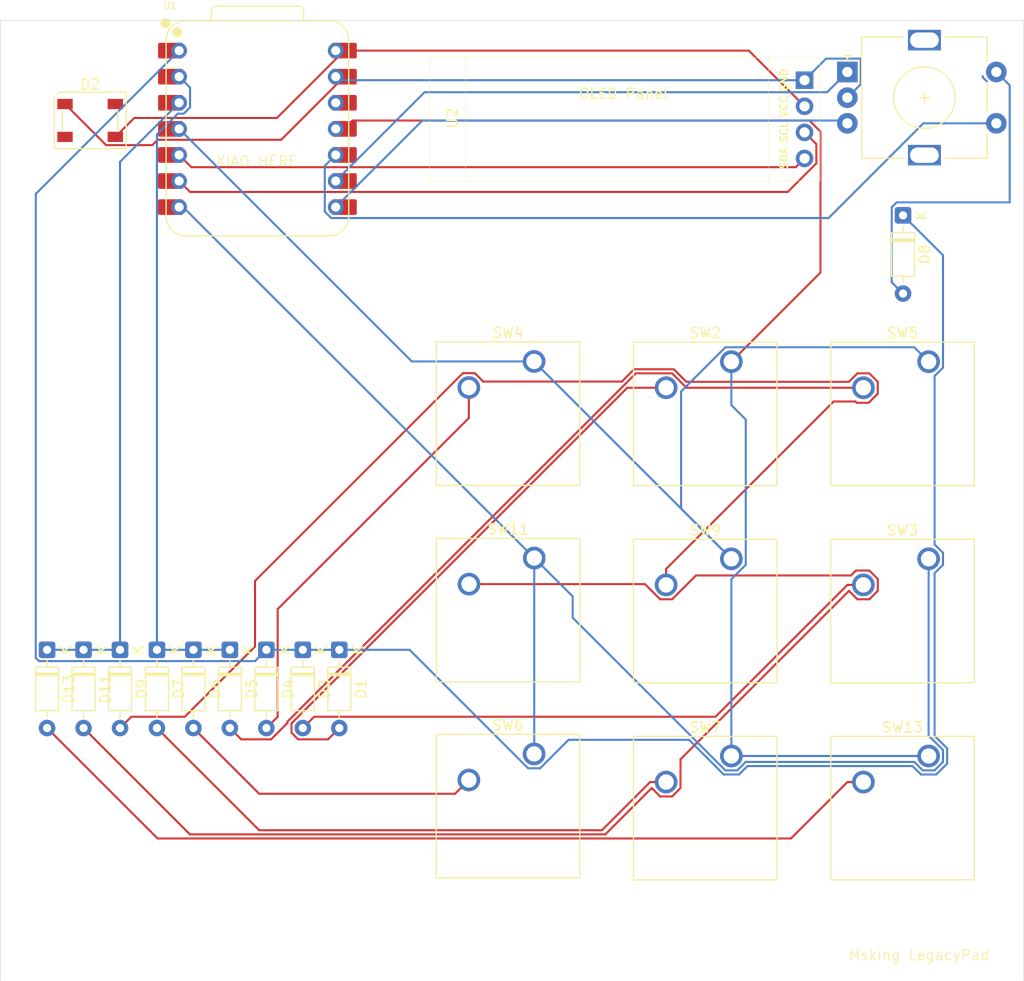
<source format=kicad_pcb>
(kicad_pcb (version 20241229) (generator "pcbnew") (generator_version "9.0")
  (layers (0 "F.Cu" signal) (2 "B.Cu" signal) (13 "F.Paste" user) (15 "B.Paste" user) (5 "F.SilkS" user "F.Silkscreen") (7 "B.SilkS" user "B.Silkscreen") (1 "F.Mask" user) (3 "B.Mask" user) (25 "Edge.Cuts" user))
  (net 0 "")
  (net 1 "Row 0")
  (net 2 "Net-(D1-A)")
  (net 5 "GND")
  (net 6 "VCC")
  (net 7 "Net-(D3-A)")
  (net 8 "Net-(D4-A)")
  (net 9 "Row 1")
  (net 10 "Net-(D5-A)")
  (net 11 "Net-(D6-A)")
  (net 12 "Net-(D7-A)")
  (net 13 "ec11swa")
  (net 14 "Row 2")
  (net 15 "Net-(D9-A)")
  (net 16 "Net-(D11-A)")
  (net 17 "Net-(D13-A)")
  (net 18 "ec11B")
  (net 19 "ec11A")
  (net 20 "Coulumn 3")
  (net 21 "Coulumn 2")
  (net 22 "Coulumn 1")
  (net 23 "Coulumn 0")
  (net 24 "SCL")
  (net 26 "SDA")
  (footprint "Diode_THT:D_DO-35_SOD27_P7.62mm_Horizontal" (layer "F.Cu") (at 127.246247 118.449997 -90)
    (property "Reference" "D13" (at 3.81 -2.12 90) (layer "F.SilkS"))
    (property "Value" "1N4148")
    (fp_line (start 1.04 0) (end 1.689999 0) (stroke (width 0.12)) (layer "F.SilkS"))
    (fp_line (start 6.580001 0) (end 5.93 0) (stroke (width 0.12)) (layer "F.SilkS"))
    (fp_line (start 2.29 -1.12) (end 2.29 1.12) (stroke (width 0.12)) (layer "F.SilkS"))
    (fp_line (start 2.41 -1.12) (end 2.41 1.12) (stroke (width 0.12)) (layer "F.SilkS"))
    (fp_line (start 2.53 -1.12) (end 2.53 1.12) (stroke (width 0.12)) (layer "F.SilkS"))
    (fp_poly (pts (xy 1.69 -1.12) (xy 5.93 -1.12) (xy 5.93 1.12) (xy 1.69 1.12)) (stroke (width 0.12)) (fill no) (layer "F.SilkS"))
    (fp_text user "K" (at 0 -1.8 90) (layer "F.SilkS"))
    (pad "1" thru_hole roundrect (at 0 0 270) (size 1.6 1.6) (drill 0.8) (layers "*.Cu" "*.Mask") (roundrect_rratio 0.15625) (net 14 "Row 2"))
    (pad "2" thru_hole circle (at 7.62 0 270) (size 1.6 1.6) (drill 0.8) (layers "*.Cu" "*.Mask") (net 17 "Net-(D13-A)"))
  )
  (footprint "Button_Switch_Keyboard:SW_Cherry_MX_1.00u_PCB" (layer "F.Cu") (at 193.85 128.79)
    (property "Reference" "SW7" (at -2.54 -2.794 0) (layer "F.SilkS"))
    (property "Value" "SW_Push_45deg")
    (fp_line (start -9.525 -1.905) (end 4.445 -1.905) (stroke (width 0.12)) (layer "F.SilkS"))
    (fp_line (start -9.525 12.065) (end -9.525 -1.905) (stroke (width 0.12)) (layer "F.SilkS"))
    (fp_line (start 4.445 -1.905) (end 4.445 12.065) (stroke (width 0.12)) (layer "F.SilkS"))
    (fp_line (start 4.445 12.065) (end -9.525 12.065) (stroke (width 0.12)) (layer "F.SilkS"))
    (pad "" np_thru_hole circle (at -7.62 5.08) (size 1.7 1.7) (drill 1.7) (layers "*.Cu" "*.Mask"))
    (pad "" np_thru_hole circle (at -2.54 5.08) (size 4 4) (drill 4) (layers "*.Cu" "*.Mask"))
    (pad "" np_thru_hole circle (at 2.54 5.08) (size 1.7 1.7) (drill 1.7) (layers "*.Cu" "*.Mask"))
    (pad "1" thru_hole circle (at 0 0) (size 2.2 2.2) (drill 1.5) (layers "*.Cu" "*.Mask") (net 21 "Coulumn 2"))
    (pad "2" thru_hole circle (at -6.35 2.54) (size 2.2 2.2) (drill 1.5) (layers "*.Cu" "*.Mask") (net 12 "Net-(D7-A)"))
  )
  (footprint "Button_Switch_Keyboard:SW_Cherry_MX_1.00u_PCB" (layer "F.Cu") (at 213.05 109.59)
    (property "Reference" "SW3" (at -2.54 -2.794 0) (layer "F.SilkS"))
    (property "Value" "SW_Push_45deg")
    (fp_line (start -9.525 -1.905) (end 4.445 -1.905) (stroke (width 0.12)) (layer "F.SilkS"))
    (fp_line (start -9.525 12.065) (end -9.525 -1.905) (stroke (width 0.12)) (layer "F.SilkS"))
    (fp_line (start 4.445 -1.905) (end 4.445 12.065) (stroke (width 0.12)) (layer "F.SilkS"))
    (fp_line (start 4.445 12.065) (end -9.525 12.065) (stroke (width 0.12)) (layer "F.SilkS"))
    (pad "" np_thru_hole circle (at -7.62 5.08) (size 1.7 1.7) (drill 1.7) (layers "*.Cu" "*.Mask"))
    (pad "" np_thru_hole circle (at -2.54 5.08) (size 4 4) (drill 4) (layers "*.Cu" "*.Mask"))
    (pad "" np_thru_hole circle (at 2.54 5.08) (size 1.7 1.7) (drill 1.7) (layers "*.Cu" "*.Mask"))
    (pad "1" thru_hole circle (at 0 0) (size 2.2 2.2) (drill 1.5) (layers "*.Cu" "*.Mask") (net 22 "Coulumn 1"))
    (pad "2" thru_hole circle (at -6.35 2.54) (size 2.2 2.2) (drill 1.5) (layers "*.Cu" "*.Mask") (net 7 "Net-(D3-A)"))
  )
  (footprint "Diode_THT:D_DO-35_SOD27_P7.62mm_Horizontal" (layer "F.Cu") (at 152.14 118.449998 -90)
    (property "Reference" "D3" (at 3.81 -2.12 90) (layer "F.SilkS"))
    (property "Value" "1N4148")
    (fp_line (start 1.04 0) (end 1.689999 0) (stroke (width 0.12)) (layer "F.SilkS"))
    (fp_line (start 6.580001 0) (end 5.93 0) (stroke (width 0.12)) (layer "F.SilkS"))
    (fp_line (start 2.29 -1.12) (end 2.29 1.12) (stroke (width 0.12)) (layer "F.SilkS"))
    (fp_line (start 2.41 -1.12) (end 2.41 1.12) (stroke (width 0.12)) (layer "F.SilkS"))
    (fp_line (start 2.53 -1.12) (end 2.53 1.12) (stroke (width 0.12)) (layer "F.SilkS"))
    (fp_poly (pts (xy 1.69 -1.12) (xy 5.93 -1.12) (xy 5.93 1.12) (xy 1.69 1.12)) (stroke (width 0.12)) (fill no) (layer "F.SilkS"))
    (fp_text user "K" (at 0 -1.8 90) (layer "F.SilkS"))
    (pad "1" thru_hole roundrect (at 0 0 270) (size 1.6 1.6) (drill 0.8) (layers "*.Cu" "*.Mask") (roundrect_rratio 0.15625) (net 1 "Row 0"))
    (pad "2" thru_hole circle (at 7.62 0 270) (size 1.6 1.6) (drill 0.8) (layers "*.Cu" "*.Mask") (net 7 "Net-(D3-A)"))
  )
  (footprint "OPL:XIAO-RP2040-DIP" (layer "F.Cu") (at 147.72 67.72)
    (property "Reference" "U1" (at -8.5 -12 0) (layer "F.SilkS") (effects (font (size 0.635 0.635) (thickness 0.1016))))
    (property "Value" "XIAO-RP2040-DIP")
    (fp_line (start -8.89 8.509) (end -8.89 -8.636) (stroke (width 0.127)) (layer "F.SilkS"))
    (fp_line (start -6.985 10.414) (end 6.985 10.414) (stroke (width 0.127)) (layer "F.SilkS"))
    (fp_line (start -4.495 -10.541) (end -4.491272 -11.451272) (stroke (width 0.127)) (layer "F.SilkS"))
    (fp_line (start -3.991272 -11.951) (end 4.004 -11.951) (stroke (width 0.127)) (layer "F.SilkS"))
    (fp_line (start 4.504 -11.451) (end 4.504 -10.541) (stroke (width 0.127)) (layer "F.SilkS"))
    (fp_line (start 6.985 -10.541) (end -6.985 -10.541) (stroke (width 0.1)) (layer "F.SilkS"))
    (fp_line (start 6.985 -10.541) (end -6.985 -10.541) (stroke (width 0.127)) (layer "F.SilkS"))
    (fp_line (start 8.89 8.509) (end 8.89 -8.636) (stroke (width 0.127)) (layer "F.SilkS"))
    (fp_arc (start -8.89 -8.636) (mid -8.332038 -9.983038) (end -6.985 -10.541) (stroke (width 0.127)) (layer "F.SilkS"))
    (fp_arc (start -6.985 10.414) (mid -8.332038 9.856038) (end -8.89 8.509) (stroke (width 0.127)) (layer "F.SilkS"))
    (fp_arc (start -4.491272 -11.451272) (mid -4.344728 -11.80464) (end -3.991272 -11.951) (stroke (width 0.127)) (layer "F.SilkS"))
    (fp_arc (start 4.004 -11.951) (mid 4.357553 -11.804553) (end 4.504 -11.451) (stroke (width 0.127)) (layer "F.SilkS"))
    (fp_arc (start 6.985 -10.541) (mid 8.332038 -9.983038) (end 8.89 -8.636) (stroke (width 0.127)) (layer "F.SilkS"))
    (fp_arc (start 8.89 8.509) (mid 8.332038 9.856038) (end 6.985 10.414) (stroke (width 0.127)) (layer "F.SilkS"))
    (fp_circle (center -8.95 -10.3) (end -8.95 -10.554) (stroke (width 0.5)) (fill yes) (layer "F.SilkS"))
    (fp_circle (center -7.807 -9.42) (end -7.807 -9.674) (stroke (width 0.5)) (fill yes) (layer "F.SilkS"))
    (pad "1" smd roundrect (at -8.455 -7.62 180) (size 2.432 1.524) (layers "F.Cu" "F.Mask") (roundrect_rratio 0.1) (net 1 "Row 0"))
    (pad "1" thru_hole circle (at -7.62 -7.62 180) (size 1.524 1.524) (drill 0.889) (layers "*.Cu" "*.Mask") (net 1 "Row 0"))
    (pad "2" smd roundrect (at -8.455 -5.08 180) (size 2.432 1.524) (layers "F.Cu" "F.Mask") (roundrect_rratio 0.1) (net 9 "Row 1"))
    (pad "2" thru_hole circle (at -7.62 -5.08 180) (size 1.524 1.524) (drill 0.889) (layers "*.Cu" "*.Mask") (net 9 "Row 1"))
    (pad "3" smd roundrect (at -8.455 -2.54 180) (size 2.432 1.524) (layers "F.Cu" "F.Mask") (roundrect_rratio 0.1) (net 14 "Row 2"))
    (pad "3" thru_hole circle (at -7.62 -2.54 180) (size 1.524 1.524) (drill 0.889) (layers "*.Cu" "*.Mask") (net 14 "Row 2"))
    (pad "4" smd roundrect (at -8.455 0 180) (size 2.432 1.524) (layers "F.Cu" "F.Mask") (roundrect_rratio 0.1) (net 23 "Coulumn 0"))
    (pad "4" thru_hole circle (at -7.62 0 180) (size 1.524 1.524) (drill 0.889) (layers "*.Cu" "*.Mask") (net 23 "Coulumn 0"))
    (pad "5" smd roundrect (at -8.455 2.54 180) (size 2.432 1.524) (layers "F.Cu" "F.Mask") (roundrect_rratio 0.1) (net 26 "SDA"))
    (pad "5" thru_hole circle (at -7.62 2.54 180) (size 1.524 1.524) (drill 0.889) (layers "*.Cu" "*.Mask") (net 26 "SDA"))
    (pad "6" smd roundrect (at -8.455 5.08 180) (size 2.432 1.524) (layers "F.Cu" "F.Mask") (roundrect_rratio 0.1) (net 24 "SCL"))
    (pad "6" thru_hole circle (at -7.62 5.08 180) (size 1.524 1.524) (drill 0.889) (layers "*.Cu" "*.Mask") (net 24 "SCL"))
    (pad "7" smd roundrect (at -8.455 7.62 180) (size 2.432 1.524) (layers "F.Cu" "F.Mask") (roundrect_rratio 0.1) (net 22 "Coulumn 1"))
    (pad "7" thru_hole circle (at -7.62 7.62 180) (size 1.524 1.524) (drill 0.889) (layers "*.Cu" "*.Mask") (net 22 "Coulumn 1"))
    (pad "8" thru_hole circle (at 7.62 7.62) (size 1.524 1.524) (drill 0.889) (layers "*.Cu" "*.Mask") (net 18 "ec11B"))
    (pad "8" smd roundrect (at 8.455 7.62) (size 2.432 1.524) (layers "F.Cu" "F.Mask") (roundrect_rratio 0.1) (net 18 "ec11B"))
    (pad "9" thru_hole circle (at 7.62 5.08) (size 1.524 1.524) (drill 0.889) (layers "*.Cu" "*.Mask") (net 19 "ec11A"))
    (pad "9" smd roundrect (at 8.455 5.08) (size 2.432 1.524) (layers "F.Cu" "F.Mask") (roundrect_rratio 0.1) (net 19 "ec11A"))
    (pad "10" thru_hole circle (at 7.62 2.54) (size 1.524 1.524) (drill 0.889) (layers "*.Cu" "*.Mask") (net 20 "Coulumn 3"))
    (pad "10" smd roundrect (at 8.455 2.54) (size 2.432 1.524) (layers "F.Cu" "F.Mask") (roundrect_rratio 0.1) (net 20 "Coulumn 3"))
    (pad "11" thru_hole circle (at 7.62 0) (size 1.524 1.524) (drill 0.889) (layers "*.Cu" "*.Mask") (net 21 "Coulumn 2"))
    (pad "11" smd roundrect (at 8.455 0) (size 2.432 1.524) (layers "F.Cu" "F.Mask") (roundrect_rratio 0.1) (net 21 "Coulumn 2"))
    (pad "12" thru_hole circle (at 7.62 -2.54) (size 1.524 1.524) (drill 0.889) (layers "*.Cu" "*.Mask"))
    (pad "12" smd roundrect (at 8.455 -2.54) (size 2.432 1.524) (layers "F.Cu" "F.Mask") (roundrect_rratio 0.1))
    (pad "13" thru_hole circle (at 7.62 -5.08) (size 1.524 1.524) (drill 0.889) (layers "*.Cu" "*.Mask") (net 5 "GND"))
    (pad "13" smd roundrect (at 8.455 -5.08) (size 2.432 1.524) (layers "F.Cu" "F.Mask") (roundrect_rratio 0.1) (net 5 "GND"))
    (pad "14" thru_hole circle (at 7.62 -7.62) (size 1.524 1.524) (drill 0.889) (layers "*.Cu" "*.Mask") (net 6 "VCC"))
    (pad "14" smd roundrect (at 8.455 -7.62) (size 2.432 1.524) (layers "F.Cu" "F.Mask") (roundrect_rratio 0.1) (net 6 "VCC"))
  )
  (footprint "Diode_THT:D_DO-35_SOD27_P7.62mm_Horizontal" (layer "F.Cu") (at 130.796249 118.449999 -90)
    (property "Reference" "D11" (at 3.81 -2.12 90) (layer "F.SilkS"))
    (property "Value" "1N4148")
    (fp_line (start 1.04 0) (end 1.689999 0) (stroke (width 0.12)) (layer "F.SilkS"))
    (fp_line (start 6.580001 0) (end 5.93 0) (stroke (width 0.12)) (layer "F.SilkS"))
    (fp_line (start 2.29 -1.12) (end 2.29 1.12) (stroke (width 0.12)) (layer "F.SilkS"))
    (fp_line (start 2.41 -1.12) (end 2.41 1.12) (stroke (width 0.12)) (layer "F.SilkS"))
    (fp_line (start 2.53 -1.12) (end 2.53 1.12) (stroke (width 0.12)) (layer "F.SilkS"))
    (fp_poly (pts (xy 1.69 -1.12) (xy 5.93 -1.12) (xy 5.93 1.12) (xy 1.69 1.12)) (stroke (width 0.12)) (fill no) (layer "F.SilkS"))
    (fp_text user "K" (at 0 -1.8 90) (layer "F.SilkS"))
    (pad "1" thru_hole roundrect (at 0 0 270) (size 1.6 1.6) (drill 0.8) (layers "*.Cu" "*.Mask") (roundrect_rratio 0.15625) (net 14 "Row 2"))
    (pad "2" thru_hole circle (at 7.62 0 270) (size 1.6 1.6) (drill 0.8) (layers "*.Cu" "*.Mask") (net 16 "Net-(D11-A)"))
  )
  (footprint "Button_Switch_Keyboard:SW_Cherry_MX_1.00u_PCB" (layer "F.Cu") (at 174.65 128.59)
    (property "Reference" "SW6" (at -2.54 -2.794 0) (layer "F.SilkS"))
    (property "Value" "SW_Push_45deg")
    (fp_line (start -9.525 -1.905) (end 4.445 -1.905) (stroke (width 0.12)) (layer "F.SilkS"))
    (fp_line (start -9.525 12.065) (end -9.525 -1.905) (stroke (width 0.12)) (layer "F.SilkS"))
    (fp_line (start 4.445 -1.905) (end 4.445 12.065) (stroke (width 0.12)) (layer "F.SilkS"))
    (fp_line (start 4.445 12.065) (end -9.525 12.065) (stroke (width 0.12)) (layer "F.SilkS"))
    (pad "" np_thru_hole circle (at -7.62 5.08) (size 1.7 1.7) (drill 1.7) (layers "*.Cu" "*.Mask"))
    (pad "" np_thru_hole circle (at -2.54 5.08) (size 4 4) (drill 4) (layers "*.Cu" "*.Mask"))
    (pad "" np_thru_hole circle (at 2.54 5.08) (size 1.7 1.7) (drill 1.7) (layers "*.Cu" "*.Mask"))
    (pad "1" thru_hole circle (at 0 0) (size 2.2 2.2) (drill 1.5) (layers "*.Cu" "*.Mask") (net 22 "Coulumn 1"))
    (pad "2" thru_hole circle (at -6.35 2.54) (size 2.2 2.2) (drill 1.5) (layers "*.Cu" "*.Mask") (net 11 "Net-(D6-A)"))
  )
  (footprint "Diode_THT:D_DO-35_SOD27_P7.62mm_Horizontal" (layer "F.Cu") (at 210.56 76.140001 -90)
    (property "Reference" "D8" (at 3.81 -2.12 90) (layer "F.SilkS"))
    (property "Value" "1N4148")
    (fp_line (start 1.04 0) (end 1.689999 0) (stroke (width 0.12)) (layer "F.SilkS"))
    (fp_line (start 6.580001 0) (end 5.93 0) (stroke (width 0.12)) (layer "F.SilkS"))
    (fp_line (start 2.29 -1.12) (end 2.29 1.12) (stroke (width 0.12)) (layer "F.SilkS"))
    (fp_line (start 2.41 -1.12) (end 2.41 1.12) (stroke (width 0.12)) (layer "F.SilkS"))
    (fp_line (start 2.53 -1.12) (end 2.53 1.12) (stroke (width 0.12)) (layer "F.SilkS"))
    (fp_poly (pts (xy 1.69 -1.12) (xy 5.93 -1.12) (xy 5.93 1.12) (xy 1.69 1.12)) (stroke (width 0.12)) (fill no) (layer "F.SilkS"))
    (fp_text user "K" (at 0 -1.8 90) (layer "F.SilkS"))
    (pad "1" thru_hole roundrect (at 0 0 270) (size 1.6 1.6) (drill 0.8) (layers "*.Cu" "*.Mask") (roundrect_rratio 0.15625) (net 1 "Row 0"))
    (pad "2" thru_hole circle (at 7.62 0 270) (size 1.6 1.6) (drill 0.8) (layers "*.Cu" "*.Mask") (net 13 "ec11swa"))
  )
  (footprint "Button_Switch_Keyboard:SW_Cherry_MX_1.00u_PCB" (layer "F.Cu") (at 213.05 90.39)
    (property "Reference" "SW5" (at -2.54 -2.794 0) (layer "F.SilkS"))
    (property "Value" "SW_Push_45deg")
    (fp_line (start -9.525 -1.905) (end 4.445 -1.905) (stroke (width 0.12)) (layer "F.SilkS"))
    (fp_line (start -9.525 12.065) (end -9.525 -1.905) (stroke (width 0.12)) (layer "F.SilkS"))
    (fp_line (start 4.445 -1.905) (end 4.445 12.065) (stroke (width 0.12)) (layer "F.SilkS"))
    (fp_line (start 4.445 12.065) (end -9.525 12.065) (stroke (width 0.12)) (layer "F.SilkS"))
    (pad "" np_thru_hole circle (at -7.62 5.08) (size 1.7 1.7) (drill 1.7) (layers "*.Cu" "*.Mask"))
    (pad "" np_thru_hole circle (at -2.54 5.08) (size 4 4) (drill 4) (layers "*.Cu" "*.Mask"))
    (pad "" np_thru_hole circle (at 2.54 5.08) (size 1.7 1.7) (drill 1.7) (layers "*.Cu" "*.Mask"))
    (pad "1" thru_hole circle (at 0 0) (size 2.2 2.2) (drill 1.5) (layers "*.Cu" "*.Mask") (net 23 "Coulumn 0"))
    (pad "2" thru_hole circle (at -6.35 2.54) (size 2.2 2.2) (drill 1.5) (layers "*.Cu" "*.Mask") (net 10 "Net-(D5-A)"))
  )
  (footprint "oled:SSD1306-0.91-OLED-4pin-128x32" (layer "F.Cu") (at 164.47125 60.79)
    (property "Reference" "U2" (at 2.21625 5.885 90) (layer "F.SilkS"))
    (property "Value" "SSD1306")
    (fp_line (start 0 0) (end 0 12) (stroke (width 0.04)) (layer "F.SilkS"))
    (fp_line (start 0 12) (end 38 12) (stroke (width 0.04)) (layer "F.SilkS"))
    (fp_line (start 3.5 0) (end 3.5 12) (stroke (width 0.04)) (layer "F.SilkS"))
    (fp_line (start 33 0) (end 33 12) (stroke (width 0.04)) (layer "F.SilkS"))
    (fp_line (start 38 0) (end 0 0) (stroke (width 0.04)) (layer "F.SilkS"))
    (fp_line (start 38 12) (end 38 0) (stroke (width 0.04)) (layer "F.SilkS"))
    (fp_text user "SCL" (at 34.5 7.27 270) (layer "F.SilkS") (effects (font (size 0.75 0.75))))
    (fp_text user "SDA" (at 34.5 9.81 270) (layer "F.SilkS") (effects (font (size 0.75 0.75))))
    (fp_text user "GND" (at 34.5 2.19 270) (layer "F.SilkS") (effects (font (size 0.75 0.75))))
    (fp_text user "OLED Panel" (at 18.885 3.50375 0) (layer "F.SilkS"))
    (fp_text user "VCC" (at 34.5 4.73 270) (layer "F.SilkS") (effects (font (size 0.75 0.75))))
    (pad "1" thru_hole rect (at 36.5 2.19) (size 1.7 1.7) (drill 1) (layers "*.Cu" "*.Mask") (net 5 "GND"))
    (pad "2" thru_hole oval (at 36.5 4.73) (size 1.7 1.7) (drill 1) (layers "*.Cu" "*.Mask") (net 6 "VCC"))
    (pad "3" thru_hole oval (at 36.5 7.27) (size 1.7 1.7) (drill 1) (layers "*.Cu" "*.Mask") (net 24 "SCL"))
    (pad "4" thru_hole oval (at 36.5 9.81) (size 1.7 1.7) (drill 1) (layers "*.Cu" "*.Mask") (net 26 "SDA"))
  )
  (footprint "LED_SMD:LED_SK6812_PLCC4_5.0x5.0mm_P3.2mm" (layer "F.Cu") (at 131.44 66.9)
    (property "Reference" "D2" (at 0 -3.5 0) (layer "F.SilkS"))
    (property "Value" "SK6812")
    (fp_line (start -3.5 -2.3) (end -3.5 2.75) (stroke (width 0.12)) (layer "F.SilkS"))
    (fp_line (start -3.05 -2.75) (end -3.5 -2.3) (stroke (width 0.12)) (layer "F.SilkS"))
    (fp_line (start -2.7 -0.9) (end -2.7 0.9) (stroke (width 0.12)) (layer "F.SilkS"))
    (fp_line (start 2.7 -0.9) (end 2.7 0.9) (stroke (width 0.12)) (layer "F.SilkS"))
    (fp_line (start 3.5 -2.75) (end -3.05 -2.75) (stroke (width 0.12)) (layer "F.SilkS"))
    (fp_line (start 3.5 2.75) (end -3.5 2.75) (stroke (width 0.12)) (layer "F.SilkS"))
    (fp_line (start 3.5 2.75) (end 3.5 -2.75) (stroke (width 0.12)) (layer "F.SilkS"))
    (pad "1" smd rect (at -2.45 -1.6 180) (size 1.5 1) (layers "F.Cu" "F.Mask" "F.Paste") (net 5 "GND"))
    (pad "2" smd rect (at -2.45 1.6 180) (size 1.5 1) (layers "F.Cu" "F.Mask" "F.Paste"))
    (pad "3" smd rect (at 2.45 1.6 180) (size 1.5 1) (layers "F.Cu" "F.Mask" "F.Paste") (net 6 "VCC"))
    (pad "4" smd rect (at 2.45 -1.6 180) (size 1.5 1) (layers "F.Cu" "F.Mask" "F.Paste"))
  )
  (footprint "Diode_THT:D_DO-35_SOD27_P7.62mm_Horizontal" (layer "F.Cu") (at 155.689999 118.449998 -90)
    (property "Reference" "D1" (at 3.81 -2.12 90) (layer "F.SilkS"))
    (property "Value" "1N4148")
    (fp_line (start 1.04 0) (end 1.689999 0) (stroke (width 0.12)) (layer "F.SilkS"))
    (fp_line (start 6.580001 0) (end 5.93 0) (stroke (width 0.12)) (layer "F.SilkS"))
    (fp_line (start 2.29 -1.12) (end 2.29 1.12) (stroke (width 0.12)) (layer "F.SilkS"))
    (fp_line (start 2.41 -1.12) (end 2.41 1.12) (stroke (width 0.12)) (layer "F.SilkS"))
    (fp_line (start 2.53 -1.12) (end 2.53 1.12) (stroke (width 0.12)) (layer "F.SilkS"))
    (fp_poly (pts (xy 1.69 -1.12) (xy 5.93 -1.12) (xy 5.93 1.12) (xy 1.69 1.12)) (stroke (width 0.12)) (fill no) (layer "F.SilkS"))
    (fp_text user "K" (at 0 -1.8 90) (layer "F.SilkS"))
    (pad "1" thru_hole roundrect (at 0 0 270) (size 1.6 1.6) (drill 0.8) (layers "*.Cu" "*.Mask") (roundrect_rratio 0.15625) (net 1 "Row 0"))
    (pad "2" thru_hole circle (at 7.62 0 270) (size 1.6 1.6) (drill 0.8) (layers "*.Cu" "*.Mask") (net 2 "Net-(D1-A)"))
  )
  (footprint "Button_Switch_Keyboard:SW_Cherry_MX_1.00u_PCB" (layer "F.Cu") (at 174.65 90.37)
    (property "Reference" "SW4" (at -2.54 -2.794 0) (layer "F.SilkS"))
    (property "Value" "SW_Push_45deg")
    (fp_line (start -9.525 -1.905) (end 4.445 -1.905) (stroke (width 0.12)) (layer "F.SilkS"))
    (fp_line (start -9.525 12.065) (end -9.525 -1.905) (stroke (width 0.12)) (layer "F.SilkS"))
    (fp_line (start 4.445 -1.905) (end 4.445 12.065) (stroke (width 0.12)) (layer "F.SilkS"))
    (fp_line (start 4.445 12.065) (end -9.525 12.065) (stroke (width 0.12)) (layer "F.SilkS"))
    (pad "" np_thru_hole circle (at -7.62 5.08) (size 1.7 1.7) (drill 1.7) (layers "*.Cu" "*.Mask"))
    (pad "" np_thru_hole circle (at -2.54 5.08) (size 4 4) (drill 4) (layers "*.Cu" "*.Mask"))
    (pad "" np_thru_hole circle (at 2.54 5.08) (size 1.7 1.7) (drill 1.7) (layers "*.Cu" "*.Mask"))
    (pad "1" thru_hole circle (at 0 0) (size 2.2 2.2) (drill 1.5) (layers "*.Cu" "*.Mask") (net 23 "Coulumn 0"))
    (pad "2" thru_hole circle (at -6.35 2.54) (size 2.2 2.2) (drill 1.5) (layers "*.Cu" "*.Mask") (net 8 "Net-(D4-A)"))
  )
  (footprint "Diode_THT:D_DO-35_SOD27_P7.62mm_Horizontal" (layer "F.Cu") (at 148.59 118.449998 -90)
    (property "Reference" "D4" (at 3.81 -2.12 90) (layer "F.SilkS"))
    (property "Value" "1N4148")
    (fp_line (start 1.04 0) (end 1.689999 0) (stroke (width 0.12)) (layer "F.SilkS"))
    (fp_line (start 6.580001 0) (end 5.93 0) (stroke (width 0.12)) (layer "F.SilkS"))
    (fp_line (start 2.29 -1.12) (end 2.29 1.12) (stroke (width 0.12)) (layer "F.SilkS"))
    (fp_line (start 2.41 -1.12) (end 2.41 1.12) (stroke (width 0.12)) (layer "F.SilkS"))
    (fp_line (start 2.53 -1.12) (end 2.53 1.12) (stroke (width 0.12)) (layer "F.SilkS"))
    (fp_poly (pts (xy 1.69 -1.12) (xy 5.93 -1.12) (xy 5.93 1.12) (xy 1.69 1.12)) (stroke (width 0.12)) (fill no) (layer "F.SilkS"))
    (fp_text user "K" (at 0 -1.8 90) (layer "F.SilkS"))
    (pad "1" thru_hole roundrect (at 0 0 270) (size 1.6 1.6) (drill 0.8) (layers "*.Cu" "*.Mask") (roundrect_rratio 0.15625) (net 1 "Row 0"))
    (pad "2" thru_hole circle (at 7.62 0 270) (size 1.6 1.6) (drill 0.8) (layers "*.Cu" "*.Mask") (net 8 "Net-(D4-A)"))
  )
  (footprint "Diode_THT:D_DO-35_SOD27_P7.62mm_Horizontal" (layer "F.Cu") (at 141.49 118.450001 -90)
    (property "Reference" "D6" (at 3.81 -2.12 90) (layer "F.SilkS"))
    (property "Value" "1N4148")
    (fp_line (start 1.04 0) (end 1.689999 0) (stroke (width 0.12)) (layer "F.SilkS"))
    (fp_line (start 6.580001 0) (end 5.93 0) (stroke (width 0.12)) (layer "F.SilkS"))
    (fp_line (start 2.29 -1.12) (end 2.29 1.12) (stroke (width 0.12)) (layer "F.SilkS"))
    (fp_line (start 2.41 -1.12) (end 2.41 1.12) (stroke (width 0.12)) (layer "F.SilkS"))
    (fp_line (start 2.53 -1.12) (end 2.53 1.12) (stroke (width 0.12)) (layer "F.SilkS"))
    (fp_poly (pts (xy 1.69 -1.12) (xy 5.93 -1.12) (xy 5.93 1.12) (xy 1.69 1.12)) (stroke (width 0.12)) (fill no) (layer "F.SilkS"))
    (fp_text user "K" (at 0 -1.8 90) (layer "F.SilkS"))
    (pad "1" thru_hole roundrect (at 0 0 270) (size 1.6 1.6) (drill 0.8) (layers "*.Cu" "*.Mask") (roundrect_rratio 0.15625) (net 9 "Row 1"))
    (pad "2" thru_hole circle (at 7.62 0 270) (size 1.6 1.6) (drill 0.8) (layers "*.Cu" "*.Mask") (net 11 "Net-(D6-A)"))
  )
  (footprint "Button_Switch_Keyboard:SW_Cherry_MX_1.00u_PCB" (layer "F.Cu") (at 193.85 109.59)
    (property "Reference" "SW9" (at -2.54 -2.794 0) (layer "F.SilkS"))
    (property "Value" "SW_Push_45deg")
    (fp_line (start -9.525 -1.905) (end 4.445 -1.905) (stroke (width 0.12)) (layer "F.SilkS"))
    (fp_line (start -9.525 12.065) (end -9.525 -1.905) (stroke (width 0.12)) (layer "F.SilkS"))
    (fp_line (start 4.445 -1.905) (end 4.445 12.065) (stroke (width 0.12)) (layer "F.SilkS"))
    (fp_line (start 4.445 12.065) (end -9.525 12.065) (stroke (width 0.12)) (layer "F.SilkS"))
    (pad "" np_thru_hole circle (at -7.62 5.08) (size 1.7 1.7) (drill 1.7) (layers "*.Cu" "*.Mask"))
    (pad "" np_thru_hole circle (at -2.54 5.08) (size 4 4) (drill 4) (layers "*.Cu" "*.Mask"))
    (pad "" np_thru_hole circle (at 2.54 5.08) (size 1.7 1.7) (drill 1.7) (layers "*.Cu" "*.Mask"))
    (pad "1" thru_hole circle (at 0 0) (size 2.2 2.2) (drill 1.5) (layers "*.Cu" "*.Mask") (net 23 "Coulumn 0"))
    (pad "2" thru_hole circle (at -6.35 2.54) (size 2.2 2.2) (drill 1.5) (layers "*.Cu" "*.Mask") (net 15 "Net-(D9-A)"))
  )
  (footprint "Diode_THT:D_DO-35_SOD27_P7.62mm_Horizontal" (layer "F.Cu") (at 145.04 118.449998 -90)
    (property "Reference" "D5" (at 3.81 -2.12 90) (layer "F.SilkS"))
    (property "Value" "1N4148")
    (fp_line (start 1.04 0) (end 1.689999 0) (stroke (width 0.12)) (layer "F.SilkS"))
    (fp_line (start 6.580001 0) (end 5.93 0) (stroke (width 0.12)) (layer "F.SilkS"))
    (fp_line (start 2.29 -1.12) (end 2.29 1.12) (stroke (width 0.12)) (layer "F.SilkS"))
    (fp_line (start 2.41 -1.12) (end 2.41 1.12) (stroke (width 0.12)) (layer "F.SilkS"))
    (fp_line (start 2.53 -1.12) (end 2.53 1.12) (stroke (width 0.12)) (layer "F.SilkS"))
    (fp_poly (pts (xy 1.69 -1.12) (xy 5.93 -1.12) (xy 5.93 1.12) (xy 1.69 1.12)) (stroke (width 0.12)) (fill no) (layer "F.SilkS"))
    (fp_text user "K" (at 0 -1.8 90) (layer "F.SilkS"))
    (pad "1" thru_hole roundrect (at 0 0 270) (size 1.6 1.6) (drill 0.8) (layers "*.Cu" "*.Mask") (roundrect_rratio 0.15625) (net 9 "Row 1"))
    (pad "2" thru_hole circle (at 7.62 0 270) (size 1.6 1.6) (drill 0.8) (layers "*.Cu" "*.Mask") (net 10 "Net-(D5-A)"))
  )
  (footprint "Button_Switch_Keyboard:SW_Cherry_MX_1.00u_PCB" (layer "F.Cu") (at 193.85 90.39)
    (property "Reference" "SW2" (at -2.54 -2.794 0) (layer "F.SilkS"))
    (property "Value" "SW_Push_45deg")
    (fp_line (start -9.525 -1.905) (end 4.445 -1.905) (stroke (width 0.12)) (layer "F.SilkS"))
    (fp_line (start -9.525 12.065) (end -9.525 -1.905) (stroke (width 0.12)) (layer "F.SilkS"))
    (fp_line (start 4.445 -1.905) (end 4.445 12.065) (stroke (width 0.12)) (layer "F.SilkS"))
    (fp_line (start 4.445 12.065) (end -9.525 12.065) (stroke (width 0.12)) (layer "F.SilkS"))
    (pad "" np_thru_hole circle (at -7.62 5.08) (size 1.7 1.7) (drill 1.7) (layers "*.Cu" "*.Mask"))
    (pad "" np_thru_hole circle (at -2.54 5.08) (size 4 4) (drill 4) (layers "*.Cu" "*.Mask"))
    (pad "" np_thru_hole circle (at 2.54 5.08) (size 1.7 1.7) (drill 1.7) (layers "*.Cu" "*.Mask"))
    (pad "1" thru_hole circle (at 0 0) (size 2.2 2.2) (drill 1.5) (layers "*.Cu" "*.Mask") (net 21 "Coulumn 2"))
    (pad "2" thru_hole circle (at -6.35 2.54) (size 2.2 2.2) (drill 1.5) (layers "*.Cu" "*.Mask") (net 2 "Net-(D1-A)"))
  )
  (footprint "Button_Switch_Keyboard:SW_Cherry_MX_1.00u_PCB" (layer "F.Cu") (at 174.665 109.515)
    (property "Reference" "SW11" (at -2.54 -2.794 0) (layer "F.SilkS"))
    (property "Value" "SW_Push_45deg")
    (fp_line (start -9.525 -1.905) (end 4.445 -1.905) (stroke (width 0.12)) (layer "F.SilkS"))
    (fp_line (start -9.525 12.065) (end -9.525 -1.905) (stroke (width 0.12)) (layer "F.SilkS"))
    (fp_line (start 4.445 -1.905) (end 4.445 12.065) (stroke (width 0.12)) (layer "F.SilkS"))
    (fp_line (start 4.445 12.065) (end -9.525 12.065) (stroke (width 0.12)) (layer "F.SilkS"))
    (pad "" np_thru_hole circle (at -7.62 5.08) (size 1.7 1.7) (drill 1.7) (layers "*.Cu" "*.Mask"))
    (pad "" np_thru_hole circle (at -2.54 5.08) (size 4 4) (drill 4) (layers "*.Cu" "*.Mask"))
    (pad "" np_thru_hole circle (at 2.54 5.08) (size 1.7 1.7) (drill 1.7) (layers "*.Cu" "*.Mask"))
    (pad "1" thru_hole circle (at 0 0) (size 2.2 2.2) (drill 1.5) (layers "*.Cu" "*.Mask") (net 22 "Coulumn 1"))
    (pad "2" thru_hole circle (at -6.35 2.54) (size 2.2 2.2) (drill 1.5) (layers "*.Cu" "*.Mask") (net 16 "Net-(D11-A)"))
  )
  (footprint "Diode_THT:D_DO-35_SOD27_P7.62mm_Horizontal" (layer "F.Cu") (at 137.939999 118.449999 -90)
    (property "Reference" "D7" (at 3.81 -2.12 90) (layer "F.SilkS"))
    (property "Value" "1N4148")
    (fp_line (start 1.04 0) (end 1.689999 0) (stroke (width 0.12)) (layer "F.SilkS"))
    (fp_line (start 6.580001 0) (end 5.93 0) (stroke (width 0.12)) (layer "F.SilkS"))
    (fp_line (start 2.29 -1.12) (end 2.29 1.12) (stroke (width 0.12)) (layer "F.SilkS"))
    (fp_line (start 2.41 -1.12) (end 2.41 1.12) (stroke (width 0.12)) (layer "F.SilkS"))
    (fp_line (start 2.53 -1.12) (end 2.53 1.12) (stroke (width 0.12)) (layer "F.SilkS"))
    (fp_poly (pts (xy 1.69 -1.12) (xy 5.93 -1.12) (xy 5.93 1.12) (xy 1.69 1.12)) (stroke (width 0.12)) (fill no) (layer "F.SilkS"))
    (fp_text user "K" (at 0 -1.8 90) (layer "F.SilkS"))
    (pad "1" thru_hole roundrect (at 0 0 270) (size 1.6 1.6) (drill 0.8) (layers "*.Cu" "*.Mask") (roundrect_rratio 0.15625) (net 9 "Row 1"))
    (pad "2" thru_hole circle (at 7.62 0 270) (size 1.6 1.6) (drill 0.8) (layers "*.Cu" "*.Mask") (net 12 "Net-(D7-A)"))
  )
  (footprint "rotary encoder:RotaryEncoder_Alps_EC11E-Switch_Vertical_H20mm" (layer "F.Cu") (at 205.14 62.18)
    (property "Reference" "SW1" (hide yes))
    (property "Value" "RotaryEncoder_Switch")
    (fp_line (start -0.3 -1.6) (end 0.3 -1.6) (stroke (width 0.12)) (layer "F.SilkS"))
    (fp_line (start 0 -1.3) (end -0.3 -1.6) (stroke (width 0.12)) (layer "F.SilkS"))
    (fp_line (start 0.3 -1.6) (end 0 -1.3) (stroke (width 0.12)) (layer "F.SilkS"))
    (fp_line (start 1.4 -3.4) (end 1.4 8.4) (stroke (width 0.12)) (layer "F.SilkS"))
    (fp_line (start 5.5 -3.4) (end 1.4 -3.4) (stroke (width 0.12)) (layer "F.SilkS"))
    (fp_line (start 5.5 8.4) (end 1.4 8.4) (stroke (width 0.12)) (layer "F.SilkS"))
    (fp_line (start 7 2.5) (end 8 2.5) (stroke (width 0.12)) (layer "F.SilkS"))
    (fp_line (start 7.5 2) (end 7.5 3) (stroke (width 0.12)) (layer "F.SilkS"))
    (fp_line (start 9.5 -3.4) (end 13.6 -3.4) (stroke (width 0.12)) (layer "F.SilkS"))
    (fp_line (start 13.6 -3.4) (end 13.6 -1) (stroke (width 0.12)) (layer "F.SilkS"))
    (fp_line (start 13.6 1.2) (end 13.6 3.8) (stroke (width 0.12)) (layer "F.SilkS"))
    (fp_line (start 13.6 6) (end 13.6 8.4) (stroke (width 0.12)) (layer "F.SilkS"))
    (fp_line (start 13.6 8.4) (end 9.5 8.4) (stroke (width 0.12)) (layer "F.SilkS"))
    (fp_circle (center 7.5 2.5) (end 10.5 2.5) (stroke (width 0.12)) (fill no) (layer "F.SilkS"))
    (pad "A" thru_hole rect (at 0 0) (size 2 2) (drill 1) (layers "*.Cu" "*.Mask") (net 19 "ec11A"))
    (pad "B" thru_hole circle (at 0 5) (size 2 2) (drill 1) (layers "*.Cu" "*.Mask") (net 18 "ec11B"))
    (pad "C" thru_hole circle (at 0 2.5) (size 2 2) (drill 1) (layers "*.Cu" "*.Mask") (net 5 "GND"))
    (pad "MP" thru_hole rect (at 7.5 -3.1) (size 3.2 2) (drill oval 2.8 1.5) (layers "*.Cu" "*.Mask"))
    (pad "MP" thru_hole rect (at 7.5 8.1) (size 3.2 2) (drill oval 2.8 1.5) (layers "*.Cu" "*.Mask"))
    (pad "S1" thru_hole circle (at 14.5 5) (size 2 2) (drill 1) (layers "*.Cu" "*.Mask") (net 20 "Coulumn 3"))
    (pad "S2" thru_hole circle (at 14.5 0) (size 2 2) (drill 1) (layers "*.Cu" "*.Mask") (net 13 "ec11swa"))
  )
  (footprint "Button_Switch_Keyboard:SW_Cherry_MX_1.00u_PCB" (layer "F.Cu") (at 213.05 128.79)
    (property "Reference" "SW13" (at -2.54 -2.794 0) (layer "F.SilkS"))
    (property "Value" "SW_Push_45deg")
    (fp_line (start -9.525 -1.905) (end 4.445 -1.905) (stroke (width 0.12)) (layer "F.SilkS"))
    (fp_line (start -9.525 12.065) (end -9.525 -1.905) (stroke (width 0.12)) (layer "F.SilkS"))
    (fp_line (start 4.445 -1.905) (end 4.445 12.065) (stroke (width 0.12)) (layer "F.SilkS"))
    (fp_line (start 4.445 12.065) (end -9.525 12.065) (stroke (width 0.12)) (layer "F.SilkS"))
    (pad "" np_thru_hole circle (at -7.62 5.08) (size 1.7 1.7) (drill 1.7) (layers "*.Cu" "*.Mask"))
    (pad "" np_thru_hole circle (at -2.54 5.08) (size 4 4) (drill 4) (layers "*.Cu" "*.Mask"))
    (pad "" np_thru_hole circle (at 2.54 5.08) (size 1.7 1.7) (drill 1.7) (layers "*.Cu" "*.Mask"))
    (pad "1" thru_hole circle (at 0 0) (size 2.2 2.2) (drill 1.5) (layers "*.Cu" "*.Mask") (net 21 "Coulumn 2"))
    (pad "2" thru_hole circle (at -6.35 2.54) (size 2.2 2.2) (drill 1.5) (layers "*.Cu" "*.Mask") (net 17 "Net-(D13-A)"))
  )
  (footprint "Diode_THT:D_DO-35_SOD27_P7.62mm_Horizontal" (layer "F.Cu") (at 134.346248 118.449998 -90)
    (property "Reference" "D9" (at 3.81 -2.12 90) (layer "F.SilkS"))
    (property "Value" "1N4148")
    (fp_line (start 1.04 0) (end 1.689999 0) (stroke (width 0.12)) (layer "F.SilkS"))
    (fp_line (start 6.580001 0) (end 5.93 0) (stroke (width 0.12)) (layer "F.SilkS"))
    (fp_line (start 2.29 -1.12) (end 2.29 1.12) (stroke (width 0.12)) (layer "F.SilkS"))
    (fp_line (start 2.41 -1.12) (end 2.41 1.12) (stroke (width 0.12)) (layer "F.SilkS"))
    (fp_line (start 2.53 -1.12) (end 2.53 1.12) (stroke (width 0.12)) (layer "F.SilkS"))
    (fp_poly (pts (xy 1.69 -1.12) (xy 5.93 -1.12) (xy 5.93 1.12) (xy 1.69 1.12)) (stroke (width 0.12)) (fill no) (layer "F.SilkS"))
    (fp_text user "K" (at 0 -1.8 90) (layer "F.SilkS"))
    (pad "1" thru_hole roundrect (at 0 0 270) (size 1.6 1.6) (drill 0.8) (layers "*.Cu" "*.Mask") (roundrect_rratio 0.15625) (net 14 "Row 2"))
    (pad "2" thru_hole circle (at 7.62 0 270) (size 1.6 1.6) (drill 0.8) (layers "*.Cu" "*.Mask") (net 15 "Net-(D9-A)"))
  )
  (gr_rect (start 122.68875 57.15) (end 222.31125 150.72375) (stroke (width 0.05)) (fill no) (layer "Edge.Cuts"))
  (gr_text "XIAO HERE" (at 147.6375 71.4375 0) (layer "F.SilkS") (effects (font (size 1 1) (thickness 0.1)) (justify bottom)))
  (gr_text "Msking LegacyPad" (at 219.05 148.77 0) (layer "F.SilkS") (effects (font (size 1 1) (thickness 0.1)) (justify right bottom)))
  (segment (start 218.32 62.58) (end 218.32 62.699892) (width 0.2) (layer "B.Cu") (net 0))
  (segment (start 218.32 62.699892) (end 218.720054 63.099946) (width 0.2) (layer "B.Cu") (net 0))
  (segment (start 194.596414 130.592) (end 195.4171 129.771314) (width 0.2) (layer "B.Cu") (net 1))
  (segment (start 214.852 129.536414) (end 214.852 128.043586) (width 0.2) (layer "B.Cu") (net 1))
  (segment (start 214.852 128.043586) (end 213.630314 126.8219) (width 0.2) (layer "B.Cu") (net 1))
  (segment (start 152.14 118.449998) (end 155.689999 118.449998) (width 0.2) (layer "B.Cu") (net 1))
  (segment (start 213.796414 130.592) (end 214.852 129.536414) (width 0.2) (layer "B.Cu") (net 1))
  (segment (start 189.727872 127.216286) (end 193.103586 130.592) (width 0.2) (layer "B.Cu") (net 1))
  (segment (start 214.451 80.031001) (end 210.56 76.140001) (width 0.2) (layer "B.Cu") (net 1))
  (segment (start 213.630314 110.991) (end 214.451 110.170314) (width 0.2) (layer "B.Cu") (net 1))
  (segment (start 126.145247 74.054753) (end 140.1 60.1) (width 0.2) (layer "B.Cu") (net 1))
  (segment (start 213.630314 126.8219) (end 213.630314 110.991) (width 0.2) (layer "B.Cu") (net 1))
  (segment (start 162.528684 118.449998) (end 174.069686 129.991) (width 0.2) (layer "B.Cu") (net 1))
  (segment (start 148.59 118.449998) (end 152.14 118.449998) (width 0.2) (layer "B.Cu") (net 1))
  (segment (start 148.59 118.449998) (end 147.489001 119.550997) (width 0.2) (layer "B.Cu") (net 1))
  (segment (start 126.461087 119.550997) (end 126.145247 119.235157) (width 0.2) (layer "B.Cu") (net 1))
  (segment (start 126.145247 119.235157) (end 126.145247 74.054753) (width 0.2) (layer "B.Cu") (net 1))
  (segment (start 147.489001 119.550997) (end 126.461087 119.550997) (width 0.2) (layer "B.Cu") (net 1))
  (segment (start 211.4829 129.771314) (end 212.303586 130.592) (width 0.2) (layer "B.Cu") (net 1))
  (segment (start 155.689999 118.449998) (end 162.528684 118.449998) (width 0.2) (layer "B.Cu") (net 1))
  (segment (start 212.303586 130.592) (end 213.796414 130.592) (width 0.2) (layer "B.Cu") (net 1))
  (segment (start 214.451 90.970314) (end 214.451 80.031001) (width 0.2) (layer "B.Cu") (net 1))
  (segment (start 175.230314 129.991) (end 178.005028 127.216286) (width 0.2) (layer "B.Cu") (net 1))
  (segment (start 195.4171 129.771314) (end 211.4829 129.771314) (width 0.2) (layer "B.Cu") (net 1))
  (segment (start 193.103586 130.592) (end 194.596414 130.592) (width 0.2) (layer "B.Cu") (net 1))
  (segment (start 214.451 109.009686) (end 213.630314 108.189) (width 0.2) (layer "B.Cu") (net 1))
  (segment (start 214.451 110.170314) (end 214.451 109.009686) (width 0.2) (layer "B.Cu") (net 1))
  (segment (start 213.630314 108.189) (end 213.630314 91.791) (width 0.2) (layer "B.Cu") (net 1))
  (segment (start 174.069686 129.991) (end 175.230314 129.991) (width 0.2) (layer "B.Cu") (net 1))
  (segment (start 213.630314 91.791) (end 214.451 90.970314) (width 0.2) (layer "B.Cu") (net 1))
  (segment (start 178.005028 127.216286) (end 189.727872 127.216286) (width 0.2) (layer "B.Cu") (net 1))
  (segment (start 183.722948 92.93) (end 187.5 92.93) (width 0.2) (layer "F.Cu") (net 2))
  (segment (start 155.689999 126.069998) (end 154.588999 127.170998) (width 0.2) (layer "F.Cu") (net 2))
  (segment (start 151.039 125.613948) (end 183.722948 92.93) (width 0.2) (layer "F.Cu") (net 2))
  (segment (start 154.588999 127.170998) (end 151.68395 127.170998) (width 0.2) (layer "F.Cu") (net 2))
  (segment (start 151.039 126.526048) (end 151.039 125.613948) (width 0.2) (layer "F.Cu") (net 2))
  (segment (start 151.68395 127.170998) (end 151.039 126.526048) (width 0.2) (layer "F.Cu") (net 2))
  (segment (start 150.032 68.783) (end 156.175 62.64) (width 0.2) (layer "F.Cu") (net 5))
  (segment (start 132.991 69.301) (end 137.491374 69.301) (width 0.2) (layer "F.Cu") (net 5))
  (segment (start 137.491374 69.301) (end 138.009374 68.783) (width 0.2) (layer "F.Cu") (net 5))
  (segment (start 138.009374 68.783) (end 150.032 68.783) (width 0.2) (layer "F.Cu") (net 5))
  (segment (start 128.99 65.3) (end 132.991 69.301) (width 0.2) (layer "F.Cu") (net 5))
  (segment (start 206.441 63.379) (end 206.441 60.879) (width 0.2) (layer "B.Cu") (net 5))
  (segment (start 206.441 60.879) (end 203.07225 60.879) (width 0.2) (layer "B.Cu") (net 5))
  (segment (start 200.97125 62.98) (end 155.68 62.98) (width 0.2) (layer "B.Cu") (net 5))
  (segment (start 155.68 62.98) (end 155.34 62.64) (width 0.2) (layer "B.Cu") (net 5))
  (segment (start 203.07225 60.879) (end 200.97125 62.98) (width 0.2) (layer "B.Cu") (net 5))
  (segment (start 205.14 64.68) (end 206.441 63.379) (width 0.2) (layer "B.Cu") (net 5))
  (segment (start 195.55125 60.1) (end 156.175 60.1) (width 0.2) (layer "F.Cu") (net 6))
  (segment (start 133.89 68.5) (end 135.733 66.657) (width 0.2) (layer "F.Cu") (net 6))
  (segment (start 149.618 66.657) (end 156.175 60.1) (width 0.2) (layer "F.Cu") (net 6))
  (segment (start 200.97125 65.52) (end 195.55125 60.1) (width 0.2) (layer "F.Cu") (net 6))
  (segment (start 135.733 66.657) (end 149.618 66.657) (width 0.2) (layer "F.Cu") (net 6))
  (segment (start 153.241 124.968998) (end 192.305368 124.968998) (width 0.2) (layer "F.Cu") (net 7))
  (segment (start 152.14 126.069998) (end 153.241 124.968998) (width 0.2) (layer "F.Cu") (net 7))
  (segment (start 192.305368 124.968998) (end 205.144366 112.13) (width 0.2) (layer "F.Cu") (net 7))
  (segment (start 205.144366 112.13) (end 206.7 112.13) (width 0.2) (layer "F.Cu") (net 7))
  (segment (start 168.3 92.91) (end 168.3 95.87847) (width 0.2) (layer "F.Cu") (net 8))
  (segment (start 149.691 114.48747) (end 149.691 124.968998) (width 0.2) (layer "F.Cu") (net 8))
  (segment (start 149.691 124.968998) (end 148.59 126.069998) (width 0.2) (layer "F.Cu") (net 8))
  (segment (start 168.3 95.87847) (end 149.691 114.48747) (width 0.2) (layer "F.Cu") (net 8))
  (segment (start 137.939999 118.449999) (end 141.489998 118.449999) (width 0.2) (layer "B.Cu") (net 9))
  (segment (start 141.489998 118.449999) (end 141.49 118.450001) (width 0.2) (layer "B.Cu") (net 9))
  (segment (start 139.967 66.243) (end 140.54031 66.243) (width 0.2) (layer "B.Cu") (net 9))
  (segment (start 141.49 118.450001) (end 145.039997 118.450001) (width 0.2) (layer "B.Cu") (net 9))
  (segment (start 137.939999 68.270001) (end 139.967 66.243) (width 0.2) (layer "B.Cu") (net 9))
  (segment (start 141.163 65.62031) (end 141.163 63.703) (width 0.2) (layer "B.Cu") (net 9))
  (segment (start 140.54031 66.243) (end 141.163 65.62031) (width 0.2) (layer "B.Cu") (net 9))
  (segment (start 137.939999 118.449999) (end 137.939999 68.270001) (width 0.2) (layer "B.Cu") (net 9))
  (segment (start 145.039997 118.450001) (end 145.04 118.449998) (width 0.2) (layer "B.Cu") (net 9))
  (segment (start 141.163 63.703) (end 140.1 62.64) (width 0.2) (layer "B.Cu") (net 9))
  (segment (start 149.04605 127.170998) (end 150.638 125.579048) (width 0.2) (layer "F.Cu") (net 10))
  (segment (start 150.638 125.447848) (end 184.556848 91.529) (width 0.2) (layer "F.Cu") (net 10))
  (segment (start 146.141 127.170998) (end 149.04605 127.170998) (width 0.2) (layer "F.Cu") (net 10))
  (segment (start 189.481314 92.93) (end 206.7 92.93) (width 0.2) (layer "F.Cu") (net 10))
  (segment (start 188.080314 91.529) (end 189.481314 92.93) (width 0.2) (layer "F.Cu") (net 10))
  (segment (start 184.556848 91.529) (end 188.080314 91.529) (width 0.2) (layer "F.Cu") (net 10))
  (segment (start 145.04 126.069998) (end 146.141 127.170998) (width 0.2) (layer "F.Cu") (net 10))
  (segment (start 150.638 125.579048) (end 150.638 125.447848) (width 0.2) (layer "F.Cu") (net 10))
  (segment (start 166.961 132.469) (end 168.3 131.13) (width 0.2) (layer "F.Cu") (net 11))
  (segment (start 141.49 126.070001) (end 147.888999 132.469) (width 0.2) (layer "F.Cu") (net 11))
  (segment (start 147.888999 132.469) (end 166.961 132.469) (width 0.2) (layer "F.Cu") (net 11))
  (segment (start 181.253366 136.021) (end 185.944366 131.33) (width 0.2) (layer "F.Cu") (net 12))
  (segment (start 137.939999 126.069999) (end 147.891 136.021) (width 0.2) (layer "F.Cu") (net 12))
  (segment (start 185.944366 131.33) (end 187.5 131.33) (width 0.2) (layer "F.Cu") (net 12))
  (segment (start 147.891 136.021) (end 181.253366 136.021) (width 0.2) (layer "F.Cu") (net 12))
  (segment (start 209.934839 74.879002) (end 209.459 75.354841) (width 0.2) (layer "B.Cu") (net 13))
  (segment (start 219.64 62.18) (end 220.941 63.481) (width 0.2) (layer "B.Cu") (net 13))
  (segment (start 209.459 82.659001) (end 210.56 83.760001) (width 0.2) (layer "B.Cu") (net 13))
  (segment (start 220.941 74.879002) (end 209.934839 74.879002) (width 0.2) (layer "B.Cu") (net 13))
  (segment (start 220.941 63.481) (end 220.941 74.879002) (width 0.2) (layer "B.Cu") (net 13))
  (segment (start 209.459 75.354841) (end 209.459 82.659001) (width 0.2) (layer "B.Cu") (net 13))
  (segment (start 134.346248 70.933752) (end 140.1 65.18) (width 0.2) (layer "B.Cu") (net 14))
  (segment (start 130.796247 118.449997) (end 130.796249 118.449999) (width 0.2) (layer "B.Cu") (net 14))
  (segment (start 127.246247 118.449997) (end 130.796247 118.449997) (width 0.2) (layer "B.Cu") (net 14))
  (segment (start 134.346248 118.449998) (end 134.346248 70.933752) (width 0.2) (layer "B.Cu") (net 14))
  (segment (start 130.796249 118.449999) (end 134.346248 118.449998) (width 0.2) (layer "B.Cu") (net 14))
  (segment (start 169.701 92.329686) (end 183.189062 92.329686) (width 0.2) (layer "F.Cu") (net 15))
  (segment (start 135.447245 124.969001) (end 140.649999 124.969001) (width 0.2) (layer "F.Cu") (net 15))
  (segment (start 147.489 111.739686) (end 167.719686 91.509) (width 0.2) (layer "F.Cu") (net 15))
  (segment (start 205.92747 94.269) (end 203.805366 94.269) (width 0.2) (layer "F.Cu") (net 15))
  (segment (start 208.101 92.349686) (end 208.101 93.510314) (width 0.2) (layer "F.Cu") (net 15))
  (segment (start 167.719686 91.509) (end 168.880314 91.509) (width 0.2) (layer "F.Cu") (net 15))
  (segment (start 187.5 110.574366) (end 187.5 112.13) (width 0.2) (layer "F.Cu") (net 15))
  (segment (start 168.880314 91.509) (end 169.701 92.329686) (width 0.2) (layer "F.Cu") (net 15))
  (segment (start 207.215206 94.396108) (end 206.054578 94.396108) (width 0.2) (layer "F.Cu") (net 15))
  (segment (start 134.346248 126.069998) (end 135.447245 124.969001) (width 0.2) (layer "F.Cu") (net 15))
  (segment (start 147.489 118.13) (end 147.489 111.739686) (width 0.2) (layer "F.Cu") (net 15))
  (segment (start 206.119686 91.529) (end 207.280314 91.529) (width 0.2) (layer "F.Cu") (net 15))
  (segment (start 206.054578 94.396108) (end 205.92747 94.269) (width 0.2) (layer "F.Cu") (net 15))
  (segment (start 188.246414 91.128) (end 189.4681 92.349686) (width 0.2) (layer "F.Cu") (net 15))
  (segment (start 203.805366 94.269) (end 187.5 110.574366) (width 0.2) (layer "F.Cu") (net 15))
  (segment (start 208.101 93.510314) (end 207.215206 94.396108) (width 0.2) (layer "F.Cu") (net 15))
  (segment (start 140.649999 124.969001) (end 147.489 118.13) (width 0.2) (layer "F.Cu") (net 15))
  (segment (start 183.189062 92.329686) (end 184.390748 91.128) (width 0.2) (layer "F.Cu") (net 15))
  (segment (start 184.390748 91.128) (end 188.246414 91.128) (width 0.2) (layer "F.Cu") (net 15))
  (segment (start 207.280314 91.529) (end 208.101 92.349686) (width 0.2) (layer "F.Cu") (net 15))
  (segment (start 205.299 92.349686) (end 206.119686 91.529) (width 0.2) (layer "F.Cu") (net 15))
  (segment (start 189.4681 92.349686) (end 205.299 92.349686) (width 0.2) (layer "F.Cu") (net 15))
  (segment (start 208.101 112.710314) (end 208.101 111.549686) (width 0.2) (layer "F.Cu") (net 16))
  (segment (start 186.099 131.910314) (end 186.919686 132.731) (width 0.2) (layer "F.Cu") (net 16))
  (segment (start 208.101 111.549686) (end 207.280314 110.729) (width 0.2) (layer "F.Cu") (net 16))
  (segment (start 186.919686 132.731) (end 188.080314 132.731) (width 0.2) (layer "F.Cu") (net 16))
  (segment (start 130.796249 126.069999) (end 141.14825 136.422) (width 0.2) (layer "F.Cu") (net 16))
  (segment (start 207.280314 110.729) (end 205.978266 110.729) (width 0.2) (layer "F.Cu") (net 16))
  (segment (start 205.299 112.710314) (end 206.119686 113.531) (width 0.2) (layer "F.Cu") (net 16))
  (segment (start 141.14825 136.422) (end 181.587314 136.422) (width 0.2) (layer "F.Cu") (net 16))
  (segment (start 186.919686 113.531) (end 185.443686 112.055) (width 0.2) (layer "F.Cu") (net 16))
  (segment (start 205.497266 111.21) (end 190.401314 111.21) (width 0.2) (layer "F.Cu") (net 16))
  (segment (start 190.401314 111.21) (end 188.080314 113.531) (width 0.2) (layer "F.Cu") (net 16))
  (segment (start 205.978266 110.729) (end 205.497266 111.21) (width 0.2) (layer "F.Cu") (net 16))
  (segment (start 207.280314 113.531) (end 208.101 112.710314) (width 0.2) (layer "F.Cu") (net 16))
  (segment (start 206.119686 113.531) (end 207.280314 113.531) (width 0.2) (layer "F.Cu") (net 16))
  (segment (start 181.587314 136.422) (end 186.099 131.910314) (width 0.2) (layer "F.Cu") (net 16))
  (segment (start 188.080314 132.731) (end 188.901 131.910314) (width 0.2) (layer "F.Cu") (net 16))
  (segment (start 185.443686 112.055) (end 168.315 112.055) (width 0.2) (layer "F.Cu") (net 16))
  (segment (start 188.901 129.108314) (end 205.299 112.710314) (width 0.2) (layer "F.Cu") (net 16))
  (segment (start 188.080314 113.531) (end 186.919686 113.531) (width 0.2) (layer "F.Cu") (net 16))
  (segment (start 188.901 131.910314) (end 188.901 129.108314) (width 0.2) (layer "F.Cu") (net 16))
  (segment (start 137.99925 136.823) (end 199.651366 136.823) (width 0.2) (layer "F.Cu") (net 17))
  (segment (start 127.246247 126.069997) (end 137.99925 136.823) (width 0.2) (layer "F.Cu") (net 17))
  (segment (start 199.651366 136.823) (end 205.144366 131.33) (width 0.2) (layer "F.Cu") (net 17))
  (segment (start 205.144366 131.33) (end 206.7 131.33) (width 0.2) (layer "F.Cu") (net 17))
  (segment (start 204.869 66.909) (end 163.771 66.909) (width 0.2) (layer "B.Cu") (net 18))
  (segment (start 205.14 67.18) (end 204.869 66.909) (width 0.2) (layer "B.Cu") (net 18))
  (segment (start 163.771 66.909) (end 155.34 75.34) (width 0.2) (layer "B.Cu") (net 18))
  (segment (start 163.99 64.15) (end 155.34 72.8) (width 0.2) (layer "B.Cu") (net 19))
  (segment (start 203.17 64.15) (end 163.99 64.15) (width 0.2) (layer "B.Cu") (net 19))
  (segment (start 205.14 62.18) (end 203.17 64.15) (width 0.2) (layer "B.Cu") (net 19))
  (segment (start 154.89969 76.403) (end 154.277 75.78031) (width 0.2) (layer "B.Cu") (net 20))
  (segment (start 154.277 71.323) (end 155.34 70.26) (width 0.2) (layer "B.Cu") (net 20))
  (segment (start 219.64 67.18) (end 212.538 67.18) (width 0.2) (layer "B.Cu") (net 20))
  (segment (start 154.277 75.78031) (end 154.277 71.323) (width 0.2) (layer "B.Cu") (net 20))
  (segment (start 203.315 76.403) (end 154.89969 76.403) (width 0.2) (layer "B.Cu") (net 20))
  (segment (start 212.538 67.18) (end 203.315 76.403) (width 0.2) (layer "B.Cu") (net 20))
  (segment (start 202.52325 67.98424) (end 201.44801 66.909) (width 0.2) (layer "F.Cu") (net 21))
  (segment (start 156.986 66.909) (end 156.175 67.72) (width 0.2) (layer "F.Cu") (net 21))
  (segment (start 201.44801 66.909) (end 156.986 66.909) (width 0.2) (layer "F.Cu") (net 21))
  (segment (start 193.85 90.39) (end 202.52325 81.71675) (width 0.2) (layer "F.Cu") (net 21))
  (segment (start 202.52325 81.71675) (end 202.52325 67.98424) (width 0.2) (layer "F.Cu") (net 21))
  (segment (start 195.251 96.02947) (end 193.85 94.62847) (width 0.2) (layer "B.Cu") (net 21))
  (segment (start 193.85 94.62847) (end 193.85 90.39) (width 0.2) (layer "B.Cu") (net 21))
  (segment (start 193.85 128.79) (end 193.85 111.571314) (width 0.2) (layer "B.Cu") (net 21))
  (segment (start 193.85 111.571314) (end 195.251 110.170314) (width 0.2) (layer "B.Cu") (net 21))
  (segment (start 213.05 128.79) (end 193.85 128.79) (width 0.2) (layer "B.Cu") (net 21))
  (segment (start 195.251 110.170314) (end 195.251 96.02947) (width 0.2) (layer "B.Cu") (net 21))
  (segment (start 212.469686 130.191) (end 211.649 129.370314) (width 0.2) (layer "B.Cu") (net 22))
  (segment (start 213.05 126.808686) (end 214.451 128.209686) (width 0.2) (layer "B.Cu") (net 22))
  (segment (start 174.665 109.515) (end 140.49 75.34) (width 0.2) (layer "B.Cu") (net 22))
  (segment (start 174.665 128.575) (end 174.65 128.59) (width 0.2) (layer "B.Cu") (net 22))
  (segment (start 193.269686 130.191) (end 178.406 115.327314) (width 0.2) (layer "B.Cu") (net 22))
  (segment (start 214.451 129.370314) (end 213.630314 130.191) (width 0.2) (layer "B.Cu") (net 22))
  (segment (start 213.630314 130.191) (end 212.469686 130.191) (width 0.2) (layer "B.Cu") (net 22))
  (segment (start 195.251 129.370314) (end 194.430314 130.191) (width 0.2) (layer "B.Cu") (net 22))
  (segment (start 211.649 129.370314) (end 195.251 129.370314) (width 0.2) (layer "B.Cu") (net 22))
  (segment (start 213.05 109.59) (end 213.05 126.808686) (width 0.2) (layer "B.Cu") (net 22))
  (segment (start 174.665 109.515) (end 174.665 128.575) (width 0.2) (layer "B.Cu") (net 22))
  (segment (start 140.49 75.34) (end 140.1 75.34) (width 0.2) (layer "B.Cu") (net 22))
  (segment (start 214.451 128.209686) (end 214.451 129.370314) (width 0.2) (layer "B.Cu") (net 22))
  (segment (start 178.406 115.327314) (end 178.406 113.256) (width 0.2) (layer "B.Cu") (net 22))
  (segment (start 194.430314 130.191) (end 193.269686 130.191) (width 0.2) (layer "B.Cu") (net 22))
  (segment (start 178.406 113.256) (end 174.665 109.515) (width 0.2) (layer "B.Cu") (net 22))
  (segment (start 162.75 90.37) (end 140.1 67.72) (width 0.2) (layer "B.Cu") (net 23))
  (segment (start 188.959 104.699) (end 193.85 109.59) (width 0.2) (layer "B.Cu") (net 23))
  (segment (start 188.959 93.299686) (end 188.959 104.699) (width 0.2) (layer "B.Cu") (net 23))
  (segment (start 174.65 90.39) (end 174.65 90.37) (width 0.2) (layer "B.Cu") (net 23))
  (segment (start 193.85 109.59) (end 174.65 90.39) (width 0.2) (layer "B.Cu") (net 23))
  (segment (start 193.269686 88.989) (end 188.959 93.299686) (width 0.2) (layer "B.Cu") (net 23))
  (segment (start 211.649 88.989) (end 193.269686 88.989) (width 0.2) (layer "B.Cu") (net 23))
  (segment (start 213.05 90.39) (end 211.649 88.989) (width 0.2) (layer "B.Cu") (net 23))
  (segment (start 174.65 90.37) (end 162.75 90.37) (width 0.2) (layer "B.Cu") (net 23))
  (segment (start 202.12225 69.211) (end 202.12225 71.07676) (width 0.2) (layer "F.Cu") (net 24))
  (segment (start 200.97125 68.06) (end 202.12225 69.211) (width 0.2) (layer "F.Cu") (net 24))
  (segment (start 141.163 73.863) (end 140.1 72.8) (width 0.2) (layer "F.Cu") (net 24))
  (segment (start 202.12225 71.07676) (end 199.33601 73.863) (width 0.2) (layer "F.Cu") (net 24))
  (segment (start 199.33601 73.863) (end 141.163 73.863) (width 0.2) (layer "F.Cu") (net 24))
  (segment (start 141.29 71.45) (end 140.1 70.26) (width 0.2) (layer "F.Cu") (net 26))
  (segment (start 200.97125 70.6) (end 200.12125 71.45) (width 0.2) (layer "F.Cu") (net 26))
  (segment (start 200.12125 71.45) (end 141.29 71.45) (width 0.2) (layer "F.Cu") (net 26))
)
</source>
